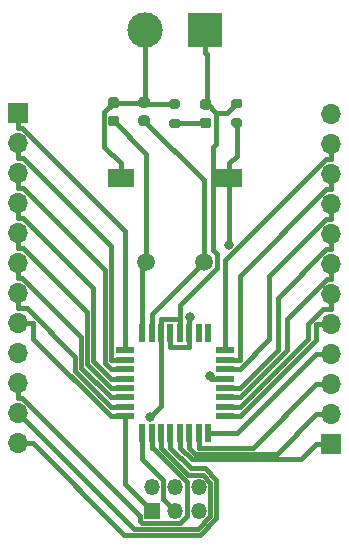
<source format=gbr>
%TF.GenerationSoftware,KiCad,Pcbnew,(5.1.6)-1*%
%TF.CreationDate,2020-10-29T20:05:36+01:00*%
%TF.ProjectId,atmega8breakeout,61746d65-6761-4386-9272-65616b656f75,rev?*%
%TF.SameCoordinates,Original*%
%TF.FileFunction,Copper,L1,Top*%
%TF.FilePolarity,Positive*%
%FSLAX46Y46*%
G04 Gerber Fmt 4.6, Leading zero omitted, Abs format (unit mm)*
G04 Created by KiCad (PCBNEW (5.1.6)-1) date 2020-10-29 20:05:36*
%MOMM*%
%LPD*%
G01*
G04 APERTURE LIST*
%TA.AperFunction,SMDPad,CuDef*%
%ADD10R,0.550000X1.600000*%
%TD*%
%TA.AperFunction,SMDPad,CuDef*%
%ADD11R,1.600000X0.550000*%
%TD*%
%TA.AperFunction,ComponentPad*%
%ADD12R,3.000000X3.000000*%
%TD*%
%TA.AperFunction,ComponentPad*%
%ADD13C,3.000000*%
%TD*%
%TA.AperFunction,SMDPad,CuDef*%
%ADD14R,2.180000X1.600000*%
%TD*%
%TA.AperFunction,ComponentPad*%
%ADD15C,1.500000*%
%TD*%
%TA.AperFunction,ComponentPad*%
%ADD16R,1.700000X1.700000*%
%TD*%
%TA.AperFunction,ComponentPad*%
%ADD17O,1.700000X1.700000*%
%TD*%
%TA.AperFunction,ComponentPad*%
%ADD18R,1.350000X1.350000*%
%TD*%
%TA.AperFunction,ComponentPad*%
%ADD19O,1.350000X1.350000*%
%TD*%
%TA.AperFunction,ViaPad*%
%ADD20C,0.800000*%
%TD*%
%TA.AperFunction,Conductor*%
%ADD21C,0.400000*%
%TD*%
G04 APERTURE END LIST*
D10*
%TO.P,U1,1*%
%TO.N,N/C*%
X159405000Y-72870000D03*
%TO.P,U1,2*%
X158605000Y-72870000D03*
%TO.P,U1,3*%
%TO.N,GND*%
X157805000Y-72870000D03*
%TO.P,U1,4*%
%TO.N,/5+*%
X157005000Y-72870000D03*
%TO.P,U1,5*%
%TO.N,GND*%
X156205000Y-72870000D03*
%TO.P,U1,6*%
%TO.N,/5+*%
X155405000Y-72870000D03*
%TO.P,U1,7*%
%TO.N,Net-(C1-Pad1)*%
X154605000Y-72870000D03*
%TO.P,U1,8*%
%TO.N,Net-(C2-Pad1)*%
X153805000Y-72870000D03*
D11*
%TO.P,U1,9*%
%TO.N,Net-(J2-Pad1)*%
X152355000Y-74320000D03*
%TO.P,U1,10*%
%TO.N,Net-(J2-Pad2)*%
X152355000Y-75120000D03*
%TO.P,U1,11*%
%TO.N,Net-(J2-Pad3)*%
X152355000Y-75920000D03*
%TO.P,U1,12*%
%TO.N,Net-(J2-Pad4)*%
X152355000Y-76720000D03*
%TO.P,U1,13*%
%TO.N,Net-(J2-Pad5)*%
X152355000Y-77520000D03*
%TO.P,U1,14*%
%TO.N,Net-(J2-Pad6)*%
X152355000Y-78320000D03*
%TO.P,U1,15*%
%TO.N,/Mosi*%
X152355000Y-79120000D03*
%TO.P,U1,16*%
%TO.N,/Miso*%
X152355000Y-79920000D03*
D10*
%TO.P,U1,17*%
%TO.N,/Sck*%
X153805000Y-81370000D03*
%TO.P,U1,18*%
%TO.N,Net-(J2-Pad10)*%
X154605000Y-81370000D03*
%TO.P,U1,19*%
%TO.N,/ADC6*%
X155405000Y-81370000D03*
%TO.P,U1,20*%
%TO.N,/AREF*%
X156205000Y-81370000D03*
%TO.P,U1,21*%
%TO.N,/AGND21*%
X157005000Y-81370000D03*
%TO.P,U1,22*%
%TO.N,/ADC7*%
X157805000Y-81370000D03*
%TO.P,U1,23*%
%TO.N,Net-(J3-Pad3)*%
X158605000Y-81370000D03*
%TO.P,U1,24*%
%TO.N,Net-(J3-Pad4)*%
X159405000Y-81370000D03*
D11*
%TO.P,U1,25*%
%TO.N,Net-(J3-Pad5)*%
X160855000Y-79920000D03*
%TO.P,U1,26*%
%TO.N,Net-(J3-Pad6)*%
X160855000Y-79120000D03*
%TO.P,U1,27*%
%TO.N,Net-(J3-Pad7)*%
X160855000Y-78320000D03*
%TO.P,U1,28*%
%TO.N,Net-(J3-Pad8)*%
X160855000Y-77520000D03*
%TO.P,U1,29*%
%TO.N,/Reset*%
X160855000Y-76720000D03*
%TO.P,U1,30*%
%TO.N,/PD0*%
X160855000Y-75920000D03*
%TO.P,U1,31*%
%TO.N,/PD1*%
X160855000Y-75120000D03*
%TO.P,U1,32*%
%TO.N,/PD3*%
X160855000Y-74320000D03*
%TD*%
D12*
%TO.P,J1,1*%
%TO.N,/5+*%
X159145000Y-47230000D03*
D13*
%TO.P,J1,2*%
%TO.N,GND*%
X154065000Y-47230000D03*
%TD*%
D14*
%TO.P,SW1,1*%
%TO.N,GND*%
X152000000Y-59710000D03*
%TO.P,SW1,2*%
%TO.N,/Reset*%
X161180000Y-59710000D03*
%TD*%
%TO.P,C1,1*%
%TO.N,Net-(C1-Pad1)*%
%TA.AperFunction,SMDPad,CuDef*%
G36*
G01*
X154225000Y-55335000D02*
X153725000Y-55335000D01*
G75*
G02*
X153500000Y-55110000I0J225000D01*
G01*
X153500000Y-54660000D01*
G75*
G02*
X153725000Y-54435000I225000J0D01*
G01*
X154225000Y-54435000D01*
G75*
G02*
X154450000Y-54660000I0J-225000D01*
G01*
X154450000Y-55110000D01*
G75*
G02*
X154225000Y-55335000I-225000J0D01*
G01*
G37*
%TD.AperFunction*%
%TO.P,C1,2*%
%TO.N,GND*%
%TA.AperFunction,SMDPad,CuDef*%
G36*
G01*
X154225000Y-53785000D02*
X153725000Y-53785000D01*
G75*
G02*
X153500000Y-53560000I0J225000D01*
G01*
X153500000Y-53110000D01*
G75*
G02*
X153725000Y-52885000I225000J0D01*
G01*
X154225000Y-52885000D01*
G75*
G02*
X154450000Y-53110000I0J-225000D01*
G01*
X154450000Y-53560000D01*
G75*
G02*
X154225000Y-53785000I-225000J0D01*
G01*
G37*
%TD.AperFunction*%
%TD*%
%TO.P,C2,2*%
%TO.N,GND*%
%TA.AperFunction,SMDPad,CuDef*%
G36*
G01*
X151635000Y-53815000D02*
X151135000Y-53815000D01*
G75*
G02*
X150910000Y-53590000I0J225000D01*
G01*
X150910000Y-53140000D01*
G75*
G02*
X151135000Y-52915000I225000J0D01*
G01*
X151635000Y-52915000D01*
G75*
G02*
X151860000Y-53140000I0J-225000D01*
G01*
X151860000Y-53590000D01*
G75*
G02*
X151635000Y-53815000I-225000J0D01*
G01*
G37*
%TD.AperFunction*%
%TO.P,C2,1*%
%TO.N,Net-(C2-Pad1)*%
%TA.AperFunction,SMDPad,CuDef*%
G36*
G01*
X151635000Y-55365000D02*
X151135000Y-55365000D01*
G75*
G02*
X150910000Y-55140000I0J225000D01*
G01*
X150910000Y-54690000D01*
G75*
G02*
X151135000Y-54465000I225000J0D01*
G01*
X151635000Y-54465000D01*
G75*
G02*
X151860000Y-54690000I0J-225000D01*
G01*
X151860000Y-55140000D01*
G75*
G02*
X151635000Y-55365000I-225000J0D01*
G01*
G37*
%TD.AperFunction*%
%TD*%
%TO.P,D1,1*%
%TO.N,Net-(D1-Pad1)*%
%TA.AperFunction,SMDPad,CuDef*%
G36*
G01*
X159451250Y-55515000D02*
X158938750Y-55515000D01*
G75*
G02*
X158720000Y-55296250I0J218750D01*
G01*
X158720000Y-54858750D01*
G75*
G02*
X158938750Y-54640000I218750J0D01*
G01*
X159451250Y-54640000D01*
G75*
G02*
X159670000Y-54858750I0J-218750D01*
G01*
X159670000Y-55296250D01*
G75*
G02*
X159451250Y-55515000I-218750J0D01*
G01*
G37*
%TD.AperFunction*%
%TO.P,D1,2*%
%TO.N,/5+*%
%TA.AperFunction,SMDPad,CuDef*%
G36*
G01*
X159451250Y-53940000D02*
X158938750Y-53940000D01*
G75*
G02*
X158720000Y-53721250I0J218750D01*
G01*
X158720000Y-53283750D01*
G75*
G02*
X158938750Y-53065000I218750J0D01*
G01*
X159451250Y-53065000D01*
G75*
G02*
X159670000Y-53283750I0J-218750D01*
G01*
X159670000Y-53721250D01*
G75*
G02*
X159451250Y-53940000I-218750J0D01*
G01*
G37*
%TD.AperFunction*%
%TD*%
%TO.P,R1,1*%
%TO.N,/5+*%
%TA.AperFunction,SMDPad,CuDef*%
G36*
G01*
X161550000Y-53015000D02*
X162100000Y-53015000D01*
G75*
G02*
X162300000Y-53215000I0J-200000D01*
G01*
X162300000Y-53615000D01*
G75*
G02*
X162100000Y-53815000I-200000J0D01*
G01*
X161550000Y-53815000D01*
G75*
G02*
X161350000Y-53615000I0J200000D01*
G01*
X161350000Y-53215000D01*
G75*
G02*
X161550000Y-53015000I200000J0D01*
G01*
G37*
%TD.AperFunction*%
%TO.P,R1,2*%
%TO.N,/Reset*%
%TA.AperFunction,SMDPad,CuDef*%
G36*
G01*
X161550000Y-54665000D02*
X162100000Y-54665000D01*
G75*
G02*
X162300000Y-54865000I0J-200000D01*
G01*
X162300000Y-55265000D01*
G75*
G02*
X162100000Y-55465000I-200000J0D01*
G01*
X161550000Y-55465000D01*
G75*
G02*
X161350000Y-55265000I0J200000D01*
G01*
X161350000Y-54865000D01*
G75*
G02*
X161550000Y-54665000I200000J0D01*
G01*
G37*
%TD.AperFunction*%
%TD*%
%TO.P,R2,2*%
%TO.N,GND*%
%TA.AperFunction,SMDPad,CuDef*%
G36*
G01*
X156840000Y-53865000D02*
X156290000Y-53865000D01*
G75*
G02*
X156090000Y-53665000I0J200000D01*
G01*
X156090000Y-53265000D01*
G75*
G02*
X156290000Y-53065000I200000J0D01*
G01*
X156840000Y-53065000D01*
G75*
G02*
X157040000Y-53265000I0J-200000D01*
G01*
X157040000Y-53665000D01*
G75*
G02*
X156840000Y-53865000I-200000J0D01*
G01*
G37*
%TD.AperFunction*%
%TO.P,R2,1*%
%TO.N,Net-(D1-Pad1)*%
%TA.AperFunction,SMDPad,CuDef*%
G36*
G01*
X156840000Y-55515000D02*
X156290000Y-55515000D01*
G75*
G02*
X156090000Y-55315000I0J200000D01*
G01*
X156090000Y-54915000D01*
G75*
G02*
X156290000Y-54715000I200000J0D01*
G01*
X156840000Y-54715000D01*
G75*
G02*
X157040000Y-54915000I0J-200000D01*
G01*
X157040000Y-55315000D01*
G75*
G02*
X156840000Y-55515000I-200000J0D01*
G01*
G37*
%TD.AperFunction*%
%TD*%
D15*
%TO.P,Y1,1*%
%TO.N,Net-(C1-Pad1)*%
X159040000Y-66850000D03*
%TO.P,Y1,2*%
%TO.N,Net-(C2-Pad1)*%
X154160000Y-66850000D03*
%TD*%
D16*
%TO.P,J2,1*%
%TO.N,Net-(J2-Pad1)*%
X143330000Y-54260000D03*
D17*
%TO.P,J2,2*%
%TO.N,Net-(J2-Pad2)*%
X143330000Y-56800000D03*
%TO.P,J2,3*%
%TO.N,Net-(J2-Pad3)*%
X143330000Y-59340000D03*
%TO.P,J2,4*%
%TO.N,Net-(J2-Pad4)*%
X143330000Y-61880000D03*
%TO.P,J2,5*%
%TO.N,Net-(J2-Pad5)*%
X143330000Y-64420000D03*
%TO.P,J2,6*%
%TO.N,Net-(J2-Pad6)*%
X143330000Y-66960000D03*
%TO.P,J2,7*%
%TO.N,/Mosi*%
X143330000Y-69500000D03*
%TO.P,J2,8*%
%TO.N,/Miso*%
X143330000Y-72040000D03*
%TO.P,J2,9*%
%TO.N,/Sck*%
X143330000Y-74580000D03*
%TO.P,J2,10*%
%TO.N,Net-(J2-Pad10)*%
X143330000Y-77120000D03*
%TO.P,J2,11*%
%TO.N,/ADC6*%
X143330000Y-79660000D03*
%TO.P,J2,12*%
%TO.N,/AREF*%
X143330000Y-82200000D03*
%TD*%
%TO.P,J3,12*%
%TO.N,N/C*%
X169800000Y-54350000D03*
%TO.P,J3,11*%
%TO.N,/PD3*%
X169800000Y-56890000D03*
%TO.P,J3,10*%
%TO.N,/PD1*%
X169800000Y-59430000D03*
%TO.P,J3,9*%
%TO.N,/PD0*%
X169800000Y-61970000D03*
%TO.P,J3,8*%
%TO.N,Net-(J3-Pad8)*%
X169800000Y-64510000D03*
%TO.P,J3,7*%
%TO.N,Net-(J3-Pad7)*%
X169800000Y-67050000D03*
%TO.P,J3,6*%
%TO.N,Net-(J3-Pad6)*%
X169800000Y-69590000D03*
%TO.P,J3,5*%
%TO.N,Net-(J3-Pad5)*%
X169800000Y-72130000D03*
%TO.P,J3,4*%
%TO.N,Net-(J3-Pad4)*%
X169800000Y-74670000D03*
%TO.P,J3,3*%
%TO.N,Net-(J3-Pad3)*%
X169800000Y-77210000D03*
%TO.P,J3,2*%
%TO.N,/ADC7*%
X169800000Y-79750000D03*
D16*
%TO.P,J3,1*%
%TO.N,/AGND21*%
X169800000Y-82290000D03*
%TD*%
D18*
%TO.P,J4,1*%
%TO.N,/Miso*%
X154605000Y-87930000D03*
D19*
%TO.P,J4,2*%
%TO.N,/5+*%
X154605000Y-85930000D03*
%TO.P,J4,3*%
%TO.N,/Sck*%
X156605000Y-87930000D03*
%TO.P,J4,4*%
%TO.N,/Mosi*%
X156605000Y-85930000D03*
%TO.P,J4,5*%
%TO.N,/Reset*%
X158605000Y-87930000D03*
%TO.P,J4,6*%
%TO.N,GND*%
X158605000Y-85930000D03*
%TD*%
D20*
%TO.N,GND*%
X157845900Y-71530600D03*
%TO.N,/5+*%
X154484500Y-80000700D03*
%TO.N,/Reset*%
X161128000Y-65398200D03*
X159521900Y-76544600D03*
%TD*%
D21*
%TO.N,Net-(C1-Pad1)*%
X153975000Y-54885000D02*
X159040000Y-59950000D01*
X159040000Y-59950000D02*
X159040000Y-66850000D01*
X159040000Y-66850000D02*
X154605000Y-71285000D01*
X154605000Y-71285000D02*
X154605000Y-72870000D01*
%TO.N,GND*%
X157805000Y-72870000D02*
X157805000Y-74070000D01*
X156205000Y-72870000D02*
X156205000Y-74070000D01*
X156205000Y-74070000D02*
X157805000Y-74070000D01*
X157805000Y-71670000D02*
X157845900Y-71629100D01*
X157845900Y-71629100D02*
X157845900Y-71530600D01*
X157805000Y-72870000D02*
X157805000Y-71670000D01*
X154065000Y-53245000D02*
X153975000Y-53335000D01*
X154065000Y-47230000D02*
X154065000Y-53245000D01*
X156565000Y-53465000D02*
X154285000Y-53465000D01*
X154285000Y-53465000D02*
X154065000Y-53245000D01*
X152000000Y-59710000D02*
X152000000Y-58510000D01*
X151385000Y-53365000D02*
X150604800Y-54145200D01*
X150604800Y-54145200D02*
X150604800Y-57114800D01*
X150604800Y-57114800D02*
X152000000Y-58510000D01*
X153975000Y-53335000D02*
X153945000Y-53365000D01*
X153945000Y-53365000D02*
X151385000Y-53365000D01*
%TO.N,Net-(C2-Pad1)*%
X151385000Y-54915000D02*
X154160000Y-57690000D01*
X154160000Y-57690000D02*
X154160000Y-66850000D01*
X154160000Y-66850000D02*
X153805000Y-67205000D01*
X153805000Y-67205000D02*
X153805000Y-72870000D01*
%TO.N,Net-(J3-Pad3)*%
X158605000Y-81370000D02*
X158605000Y-82570000D01*
X169800000Y-77210000D02*
X168550000Y-77210000D01*
X168550000Y-77210000D02*
X163190000Y-82570000D01*
X163190000Y-82570000D02*
X158605000Y-82570000D01*
%TO.N,Net-(J3-Pad6)*%
X160855000Y-79120000D02*
X162055000Y-79120000D01*
X169800000Y-69590000D02*
X169800000Y-70840000D01*
X169800000Y-70840000D02*
X169096900Y-70840000D01*
X169096900Y-70840000D02*
X167820300Y-72116600D01*
X167820300Y-72116600D02*
X167820300Y-73354700D01*
X167820300Y-73354700D02*
X162055000Y-79120000D01*
%TO.N,Net-(J3-Pad7)*%
X160855000Y-78320000D02*
X162055000Y-78320000D01*
X169800000Y-67050000D02*
X169800000Y-68300000D01*
X169800000Y-68300000D02*
X169425800Y-68300000D01*
X169425800Y-68300000D02*
X166055900Y-71669900D01*
X166055900Y-71669900D02*
X166055900Y-74319100D01*
X166055900Y-74319100D02*
X162055000Y-78320000D01*
%TO.N,Net-(J3-Pad8)*%
X169800000Y-65760000D02*
X169409400Y-65760000D01*
X169409400Y-65760000D02*
X165305600Y-69863800D01*
X165305600Y-69863800D02*
X165305600Y-74269400D01*
X165305600Y-74269400D02*
X162055000Y-77520000D01*
X160855000Y-77520000D02*
X162055000Y-77520000D01*
X169800000Y-64510000D02*
X169800000Y-65760000D01*
%TO.N,Net-(D1-Pad1)*%
X156565000Y-55115000D02*
X159157500Y-55115000D01*
X159157500Y-55115000D02*
X159195000Y-55077500D01*
%TO.N,/5+*%
X154484500Y-80000700D02*
X155405000Y-79080200D01*
X155405000Y-79080200D02*
X155405000Y-72870000D01*
X160103200Y-54235700D02*
X159282500Y-53415000D01*
X161825000Y-53415000D02*
X161004300Y-54235700D01*
X161004300Y-54235700D02*
X160103200Y-54235700D01*
X160103200Y-54235700D02*
X160103200Y-56839500D01*
X160103200Y-56839500D02*
X159789600Y-57153100D01*
X159789600Y-57153100D02*
X159789600Y-65797800D01*
X159789600Y-65797800D02*
X160142700Y-66150900D01*
X160142700Y-66150900D02*
X160142700Y-67349000D01*
X160142700Y-67349000D02*
X157005000Y-70486700D01*
X157005000Y-70486700D02*
X157005000Y-71670000D01*
X157005000Y-72870000D02*
X157005000Y-71670000D01*
X155405000Y-72870000D02*
X155405000Y-71670000D01*
X155405000Y-71670000D02*
X157005000Y-71670000D01*
X159282500Y-53415000D02*
X159195000Y-53502500D01*
X159145000Y-49130000D02*
X159282500Y-49267500D01*
X159282500Y-49267500D02*
X159282500Y-53415000D01*
X159145000Y-47230000D02*
X159145000Y-49130000D01*
%TO.N,Net-(J2-Pad1)*%
X152355000Y-74320000D02*
X152355000Y-64193200D01*
X152355000Y-64193200D02*
X143671800Y-55510000D01*
X143671800Y-55510000D02*
X143330000Y-55510000D01*
X143330000Y-54260000D02*
X143330000Y-55510000D01*
%TO.N,Net-(J2-Pad2)*%
X152355000Y-75120000D02*
X151155000Y-75120000D01*
X143330000Y-56800000D02*
X143330000Y-58050000D01*
X143330000Y-58050000D02*
X143720600Y-58050000D01*
X143720600Y-58050000D02*
X151155000Y-65484400D01*
X151155000Y-65484400D02*
X151155000Y-75120000D01*
%TO.N,Net-(J2-Pad3)*%
X143330000Y-60590000D02*
X143718500Y-60590000D01*
X143718500Y-60590000D02*
X150654700Y-67526200D01*
X150654700Y-67526200D02*
X150654700Y-75419700D01*
X150654700Y-75419700D02*
X151155000Y-75920000D01*
X152355000Y-75920000D02*
X151155000Y-75920000D01*
X143330000Y-59340000D02*
X143330000Y-60590000D01*
%TO.N,Net-(J2-Pad4)*%
X143330000Y-63130000D02*
X143718500Y-63130000D01*
X143718500Y-63130000D02*
X149634300Y-69045800D01*
X149634300Y-69045800D02*
X149634300Y-75199300D01*
X149634300Y-75199300D02*
X151155000Y-76720000D01*
X152355000Y-76720000D02*
X151155000Y-76720000D01*
X143330000Y-61880000D02*
X143330000Y-63130000D01*
%TO.N,Net-(J2-Pad5)*%
X143330000Y-65670000D02*
X143718400Y-65670000D01*
X143718400Y-65670000D02*
X149134000Y-71085600D01*
X149134000Y-71085600D02*
X149134000Y-75499000D01*
X149134000Y-75499000D02*
X151155000Y-77520000D01*
X152355000Y-77520000D02*
X151155000Y-77520000D01*
X143330000Y-64420000D02*
X143330000Y-65670000D01*
%TO.N,Net-(J2-Pad6)*%
X143330000Y-68210000D02*
X143666900Y-68210000D01*
X143666900Y-68210000D02*
X148633700Y-73176800D01*
X148633700Y-73176800D02*
X148633700Y-75798700D01*
X148633700Y-75798700D02*
X151155000Y-78320000D01*
X152355000Y-78320000D02*
X151155000Y-78320000D01*
X143330000Y-66960000D02*
X143330000Y-68210000D01*
%TO.N,Net-(J2-Pad10)*%
X154605000Y-82570000D02*
X154697200Y-82570000D01*
X154697200Y-82570000D02*
X157605000Y-85477800D01*
X157605000Y-85477800D02*
X157605000Y-88317100D01*
X157605000Y-88317100D02*
X157000700Y-88921400D01*
X157000700Y-88921400D02*
X153790000Y-88921400D01*
X153790000Y-88921400D02*
X153629700Y-88761100D01*
X153629700Y-88761100D02*
X153629700Y-88322600D01*
X153629700Y-88322600D02*
X143677100Y-78370000D01*
X143677100Y-78370000D02*
X143330000Y-78370000D01*
X154605000Y-81370000D02*
X154605000Y-82570000D01*
X143330000Y-77120000D02*
X143330000Y-78370000D01*
%TO.N,/ADC6*%
X155405000Y-81370000D02*
X155405000Y-82570000D01*
X143330000Y-79660000D02*
X153093600Y-89423600D01*
X153093600Y-89423600D02*
X158521100Y-89423600D01*
X158521100Y-89423600D02*
X159595600Y-88349100D01*
X159595600Y-88349100D02*
X159595600Y-85535300D01*
X159595600Y-85535300D02*
X158950800Y-84890500D01*
X158950800Y-84890500D02*
X157725500Y-84890500D01*
X157725500Y-84890500D02*
X155405000Y-82570000D01*
%TO.N,/AREF*%
X144580000Y-82200000D02*
X152304000Y-89924000D01*
X152304000Y-89924000D02*
X158728400Y-89924000D01*
X158728400Y-89924000D02*
X160096000Y-88556400D01*
X160096000Y-88556400D02*
X160096000Y-85328000D01*
X160096000Y-85328000D02*
X159093800Y-84325800D01*
X159093800Y-84325800D02*
X157960800Y-84325800D01*
X157960800Y-84325800D02*
X156205000Y-82570000D01*
X156205000Y-81370000D02*
X156205000Y-82570000D01*
X143330000Y-82200000D02*
X144580000Y-82200000D01*
%TO.N,/PD3*%
X169800000Y-56890000D02*
X169800000Y-58140000D01*
X169800000Y-58140000D02*
X169409400Y-58140000D01*
X169409400Y-58140000D02*
X160855000Y-66694400D01*
X160855000Y-66694400D02*
X160855000Y-74320000D01*
%TO.N,/PD1*%
X160855000Y-75120000D02*
X162055000Y-75120000D01*
X169800000Y-59430000D02*
X169800000Y-60680000D01*
X169800000Y-60680000D02*
X169409400Y-60680000D01*
X169409400Y-60680000D02*
X162055000Y-68034400D01*
X162055000Y-68034400D02*
X162055000Y-75120000D01*
%TO.N,/PD0*%
X162055000Y-75920000D02*
X164569000Y-73406000D01*
X164569000Y-73406000D02*
X164569000Y-68060400D01*
X164569000Y-68060400D02*
X169409400Y-63220000D01*
X169409400Y-63220000D02*
X169800000Y-63220000D01*
X160855000Y-75920000D02*
X162055000Y-75920000D01*
X169800000Y-61970000D02*
X169800000Y-63220000D01*
%TO.N,Net-(J3-Pad5)*%
X162055000Y-79920000D02*
X168550000Y-73425000D01*
X168550000Y-73425000D02*
X168550000Y-72130000D01*
X160855000Y-79920000D02*
X162055000Y-79920000D01*
X169800000Y-72130000D02*
X168550000Y-72130000D01*
%TO.N,Net-(J3-Pad4)*%
X169800000Y-74670000D02*
X168550000Y-74670000D01*
X168550000Y-74670000D02*
X161850000Y-81370000D01*
X161850000Y-81370000D02*
X159405000Y-81370000D01*
%TO.N,/ADC7*%
X157805000Y-82570000D02*
X158305300Y-83070300D01*
X158305300Y-83070300D02*
X165229700Y-83070300D01*
X165229700Y-83070300D02*
X168550000Y-79750000D01*
X157805000Y-81370000D02*
X157805000Y-82570000D01*
X169800000Y-79750000D02*
X168550000Y-79750000D01*
%TO.N,/AGND21*%
X157005000Y-82570000D02*
X158005600Y-83570600D01*
X158005600Y-83570600D02*
X167269400Y-83570600D01*
X167269400Y-83570600D02*
X168550000Y-82290000D01*
X157005000Y-81370000D02*
X157005000Y-82570000D01*
X169800000Y-82290000D02*
X168550000Y-82290000D01*
%TO.N,/Mosi*%
X143330000Y-70750000D02*
X144030900Y-70750000D01*
X144030900Y-70750000D02*
X148133400Y-74852500D01*
X148133400Y-74852500D02*
X148133400Y-76098400D01*
X148133400Y-76098400D02*
X151155000Y-79120000D01*
X143330000Y-69500000D02*
X143330000Y-70750000D01*
X152355000Y-79120000D02*
X151155000Y-79120000D01*
%TO.N,/Miso*%
X152355000Y-79920000D02*
X151155000Y-79920000D01*
X143330000Y-72040000D02*
X144580000Y-72040000D01*
X144580000Y-72040000D02*
X144580000Y-73345000D01*
X144580000Y-73345000D02*
X151155000Y-79920000D01*
X154605000Y-87930000D02*
X152355000Y-85680000D01*
X152355000Y-85680000D02*
X152355000Y-79920000D01*
%TO.N,/Sck*%
X156605000Y-87930000D02*
X155605000Y-86930000D01*
X155605000Y-86930000D02*
X155605000Y-85300200D01*
X155605000Y-85300200D02*
X153805000Y-83500200D01*
X153805000Y-83500200D02*
X153805000Y-81370000D01*
%TO.N,/Reset*%
X161180000Y-60910000D02*
X161128000Y-60962000D01*
X161128000Y-60962000D02*
X161128000Y-65398200D01*
X161180000Y-59710000D02*
X161180000Y-60910000D01*
X161180000Y-59110000D02*
X161180000Y-59710000D01*
X159521900Y-76544600D02*
X159655000Y-76677700D01*
X159655000Y-76677700D02*
X159655000Y-76720000D01*
X160855000Y-76720000D02*
X159655000Y-76720000D01*
X161180000Y-59110000D02*
X161180000Y-58510000D01*
X161180000Y-58510000D02*
X161825000Y-57865000D01*
X161825000Y-57865000D02*
X161825000Y-55065000D01*
%TD*%
M02*

</source>
